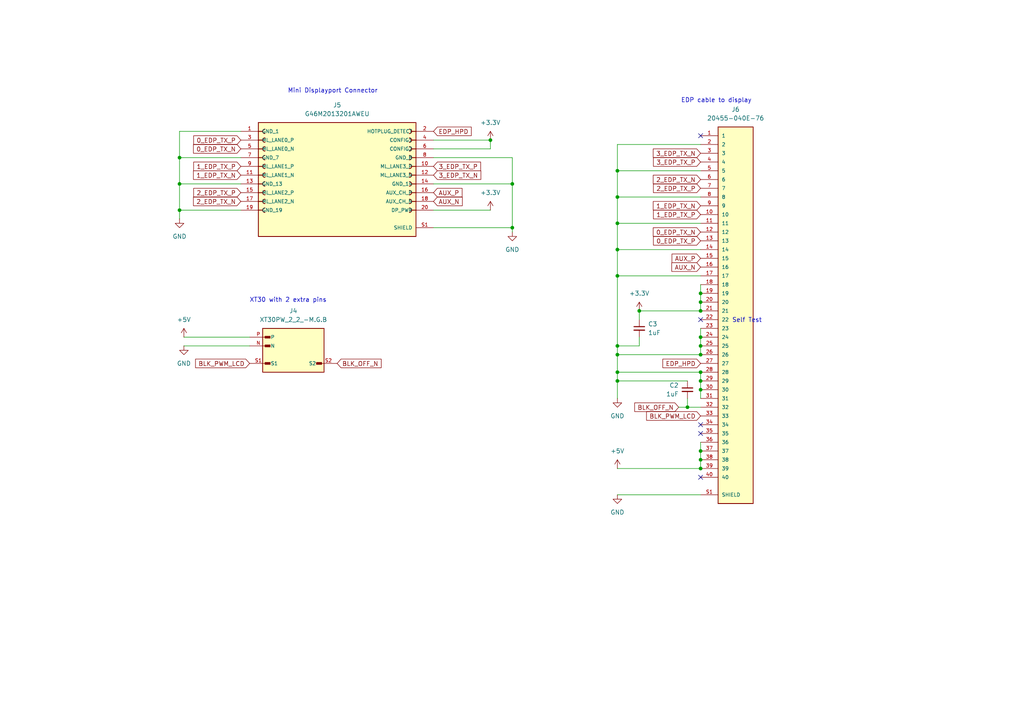
<source format=kicad_sch>
(kicad_sch (version 20250114) (generator "eeschema") (generator_version "9.0")
  (paper "A4")
  (title_block (title "DP -> EDP"))
  (lib_symbols
    (symbol "20455-040E-76:20455-040E-76" (pin_names (offset 1.016))
      (property "Reference" "J" (at -5.08 54.102 0))
      (property "Value" "20455-040E-76" (at -5.08 -58.42 0))
      (symbol "20455-040E-76_0_0"
        (rectangle (start -5.08 -55.88) (end 5.08 53.34) (stroke (width 0.254)) (fill (type background)))
        (pin passive line (at -10.16 50.8 0) (length 5.08) (name "1") (number "1"))
        (pin passive line (at -10.16 48.26 0) (length 5.08) (name "2") (number "2"))
        (pin passive line (at -10.16 45.72 0) (length 5.08) (name "3") (number "3"))
        (pin passive line (at -10.16 43.18 0) (length 5.08) (name "4") (number "4"))
        (pin passive line (at -10.16 40.64 0) (length 5.08) (name "5") (number "5"))
        (pin passive line (at -10.16 38.1 0) (length 5.08) (name "6") (number "6"))
        (pin passive line (at -10.16 35.56 0) (length 5.08) (name "7") (number "7"))
        (pin passive line (at -10.16 33.02 0) (length 5.08) (name "8") (number "8"))
        (pin passive line (at -10.16 30.48 0) (length 5.08) (name "9") (number "9"))
        (pin passive line (at -10.16 27.94 0) (length 5.08) (name "10") (number "10"))
        (pin passive line (at -10.16 25.4 0) (length 5.08) (name "11") (number "11"))
        (pin passive line (at -10.16 22.86 0) (length 5.08) (name "12") (number "12"))
        (pin passive line (at -10.16 20.32 0) (length 5.08) (name "13") (number "13"))
        (pin passive line (at -10.16 17.78 0) (length 5.08) (name "14") (number "14"))
        (pin passive line (at -10.16 15.24 0) (length 5.08) (name "15") (number "15"))
        (pin passive line (at -10.16 12.7 0) (length 5.08) (name "16") (number "16"))
        (pin passive line (at -10.16 10.16 0) (length 5.08) (name "17") (number "17"))
        (pin passive line (at -10.16 7.62 0) (length 5.08) (name "18") (number "18"))
        (pin passive line (at -10.16 5.08 0) (length 5.08) (name "19") (number "19"))
        (pin passive line (at -10.16 2.54 0) (length 5.08) (name "20") (number "20"))
        (pin passive line (at -10.16 0 0) (length 5.08) (name "21") (number "21"))
        (pin passive line (at -10.16 -2.54 0) (length 5.08) (name "22") (number "22"))
        (pin passive line (at -10.16 -5.08 0) (length 5.08) (name "23") (number "23"))
        (pin passive line (at -10.16 -7.62 0) (length 5.08) (name "24") (number "24"))
        (pin passive line (at -10.16 -10.16 0) (length 5.08) (name "25") (number "25"))
        (pin passive line (at -10.16 -12.7 0) (length 5.08) (name "26") (number "26"))
        (pin passive line (at -10.16 -15.24 0) (length 5.08) (name "27") (number "27"))
        (pin passive line (at -10.16 -17.78 0) (length 5.08) (name "28") (number "28"))
        (pin passive line (at -10.16 -20.32 0) (length 5.08) (name "29") (number "29"))
        (pin passive line (at -10.16 -22.86 0) (length 5.08) (name "30") (number "30"))
        (pin passive line (at -10.16 -25.4 0) (length 5.08) (name "31") (number "31"))
        (pin passive line (at -10.16 -27.94 0) (length 5.08) (name "32") (number "32"))
        (pin passive line (at -10.16 -30.48 0) (length 5.08) (name "33") (number "33"))
        (pin passive line (at -10.16 -33.02 0) (length 5.08) (name "34") (number "34"))
        (pin passive line (at -10.16 -35.56 0) (length 5.08) (name "35") (number "35"))
        (pin passive line (at -10.16 -38.1 0) (length 5.08) (name "36") (number "36"))
        (pin passive line (at -10.16 -40.64 0) (length 5.08) (name "37") (number "37"))
        (pin passive line (at -10.16 -43.18 0) (length 5.08) (name "38") (number "38"))
        (pin passive line (at -10.16 -45.72 0) (length 5.08) (name "39") (number "39"))
        (pin passive line (at -10.16 -48.26 0) (length 5.08) (name "40") (number "40"))
        (pin passive line (at -10.16 -53.34 0) (length 5.08) (name "SHIELD") (number "S1"))
        (pin passive line (at -10.16 -53.34 0) (length 5.08) (hide yes) (name "SHIELD") (number "S2"))
        (pin passive line (at -10.16 -53.34 0) (length 5.08) (hide yes) (name "SHIELD") (number "S3"))
        (pin passive line (at -10.16 -53.34 0) (length 5.08) (hide yes) (name "SHIELD") (number "S4"))
      )
    )
    (symbol "Device:C_Small" (pin_numbers (hide yes)) (pin_names (offset 0.254) (hide yes))
      (property "Reference" "C" (at 0.254 1.778 0))
      (property "Value" "C_Small" (at 0.254 -2.032 0))
      (symbol "C_Small_0_1"
        (polyline (pts (xy -1.524 0.508) (xy 1.524 0.508)) (stroke (width 0.3048)))
        (polyline (pts (xy -1.524 -0.508) (xy 1.524 -0.508)) (stroke (width 0.3302)))
      )
      (symbol "C_Small_1_1"
        (pin passive line (at 0 2.54 270) (length 2.032) (name "~") (number "1"))
        (pin passive line (at 0 -2.54 90) (length 2.032) (name "~") (number "2"))
      )
    )
    (symbol "G46M2013201AWEU:G46M2013201AWEU" (pin_names (offset 1.016))
      (property "Reference" "J" (at -22.86 16.51 0))
      (property "Value" "G46M2013201AWEU" (at -22.86 -20.32 0))
      (symbol "G46M2013201AWEU_0_0"
        (polyline (pts (xy -22.86 12.7) (xy -21.59 12.7)) (stroke (width 0.254)))
        (polyline (pts (xy -22.86 10.16) (xy -21.59 10.16)) (stroke (width 0.254)))
        (polyline (pts (xy -22.86 7.62) (xy -21.59 7.62)) (stroke (width 0.254)))
        (polyline (pts (xy -22.86 5.08) (xy -21.59 5.08)) (stroke (width 0.254)))
        (polyline (pts (xy -22.86 2.54) (xy -21.59 2.54)) (stroke (width 0.254)))
        (polyline (pts (xy -22.86 0) (xy -21.59 0)) (stroke (width 0.254)))
        (polyline (pts (xy -22.86 -2.54) (xy -21.59 -2.54)) (stroke (width 0.254)))
        (polyline (pts (xy -22.86 -5.08) (xy -21.59 -5.08)) (stroke (width 0.254)))
        (polyline (pts (xy -22.86 -7.62) (xy -21.59 -7.62)) (stroke (width 0.254)))
        (polyline (pts (xy -22.86 -10.16) (xy -21.59 -10.16)) (stroke (width 0.254)))
        (rectangle (start -22.86 -17.78) (end 22.86 15.24) (stroke (width 0.254)) (fill (type background)))
        (arc (start -20.955 12.065) (mid -21.5872 12.7) (end -20.955 13.335) (stroke (width 0.254)))
        (arc (start -20.955 9.525) (mid -21.5872 10.16) (end -20.955 10.795) (stroke (width 0.254)))
        (arc (start -20.955 6.985) (mid -21.5872 7.62) (end -20.955 8.255) (stroke (width 0.254)))
        (arc (start -20.955 4.445) (mid -21.5872 5.08) (end -20.955 5.715) (stroke (width 0.254)))
        (arc (start -20.955 1.905) (mid -21.5872 2.54) (end -20.955 3.175) (stroke (width 0.254)))
        (arc (start -20.955 -0.635) (mid -21.5872 0) (end -20.955 0.635) (stroke (width 0.254)))
        (arc (start -20.955 -3.175) (mid -21.5872 -2.54) (end -20.955 -1.905) (stroke (width 0.254)))
        (arc (start -20.955 -5.715) (mid -21.5872 -5.08) (end -20.955 -4.445) (stroke (width 0.254)))
        (arc (start -20.955 -8.255) (mid -21.5872 -7.62) (end -20.955 -6.985) (stroke (width 0.254)))
        (arc (start -20.955 -10.795) (mid -21.5872 -10.16) (end -20.955 -9.525) (stroke (width 0.254)))
        (arc (start 20.955 13.335) (mid 21.5872 12.7) (end 20.955 12.065) (stroke (width 0.254)))
        (arc (start 20.955 10.795) (mid 21.5872 10.16) (end 20.955 9.525) (stroke (width 0.254)))
        (arc (start 20.955 8.255) (mid 21.5872 7.62) (end 20.955 6.985) (stroke (width 0.254)))
        (arc (start 20.955 5.715) (mid 21.5872 5.08) (end 20.955 4.445) (stroke (width 0.254)))
        (arc (start 20.955 3.175) (mid 21.5872 2.54) (end 20.955 1.905) (stroke (width 0.254)))
        (arc (start 20.955 0.635) (mid 21.5872 0) (end 20.955 -0.635) (stroke (width 0.254)))
        (arc (start 20.955 -1.905) (mid 21.5872 -2.54) (end 20.955 -3.175) (stroke (width 0.254)))
        (arc (start 20.955 -4.445) (mid 21.5872 -5.08) (end 20.955 -5.715) (stroke (width 0.254)))
        (arc (start 20.955 -6.985) (mid 21.5872 -7.62) (end 20.955 -8.255) (stroke (width 0.254)))
        (arc (start 20.955 -9.525) (mid 21.5872 -10.16) (end 20.955 -10.795) (stroke (width 0.254)))
        (polyline (pts (xy 22.86 12.7) (xy 21.59 12.7)) (stroke (width 0.254)))
        (polyline (pts (xy 22.86 10.16) (xy 21.59 10.16)) (stroke (width 0.254)))
        (polyline (pts (xy 22.86 7.62) (xy 21.59 7.62)) (stroke (width 0.254)))
        (polyline (pts (xy 22.86 5.08) (xy 21.59 5.08)) (stroke (width 0.254)))
        (polyline (pts (xy 22.86 2.54) (xy 21.59 2.54)) (stroke (width 0.254)))
        (polyline (pts (xy 22.86 0) (xy 21.59 0)) (stroke (width 0.254)))
        (polyline (pts (xy 22.86 -2.54) (xy 21.59 -2.54)) (stroke (width 0.254)))
        (polyline (pts (xy 22.86 -5.08) (xy 21.59 -5.08)) (stroke (width 0.254)))
        (polyline (pts (xy 22.86 -7.62) (xy 21.59 -7.62)) (stroke (width 0.254)))
        (polyline (pts (xy 22.86 -10.16) (xy 21.59 -10.16)) (stroke (width 0.254)))
        (pin power_in line (at -27.94 12.7 0) (length 5.08) (name "GND_1") (number "1"))
        (pin output line (at -27.94 10.16 0) (length 5.08) (name "ML_LANE0_P") (number "3"))
        (pin output line (at -27.94 7.62 0) (length 5.08) (name "ML_LANE0_N") (number "5"))
        (pin power_in line (at -27.94 5.08 0) (length 5.08) (name "GND_7") (number "7"))
        (pin output line (at -27.94 2.54 0) (length 5.08) (name "ML_LANE1_P") (number "9"))
        (pin output line (at -27.94 0 0) (length 5.08) (name "ML_LANE1_N") (number "11"))
        (pin power_in line (at -27.94 -2.54 0) (length 5.08) (name "GND_13") (number "13"))
        (pin output line (at -27.94 -5.08 0) (length 5.08) (name "ML_LANE2_P") (number "15"))
        (pin output line (at -27.94 -7.62 0) (length 5.08) (name "ML_LANE2_N") (number "17"))
        (pin power_in line (at -27.94 -10.16 0) (length 5.08) (name "GND_19") (number "19"))
        (pin input line (at 27.94 12.7 180) (length 5.08) (name "HOTPLUG_DETECT") (number "2"))
        (pin passive line (at 27.94 10.16 180) (length 5.08) (name "CONFIG1") (number "4"))
        (pin passive line (at 27.94 7.62 180) (length 5.08) (name "CONFIG2") (number "6"))
        (pin power_in line (at 27.94 5.08 180) (length 5.08) (name "GND_8") (number "8"))
        (pin output line (at 27.94 2.54 180) (length 5.08) (name "ML_LANE3_P") (number "10"))
        (pin output line (at 27.94 0 180) (length 5.08) (name "ML_LANE3_N") (number "12"))
        (pin power_in line (at 27.94 -2.54 180) (length 5.08) (name "GND_14") (number "14"))
        (pin bidirectional line (at 27.94 -5.08 180) (length 5.08) (name "AUX_CH_P") (number "16"))
        (pin bidirectional line (at 27.94 -7.62 180) (length 5.08) (name "AUX_CH_N") (number "18"))
        (pin power_in line (at 27.94 -10.16 180) (length 5.08) (name "DP_PWR") (number "20"))
        (pin passive line (at 27.94 -15.24 180) (length 5.08) (name "SHIELD") (number "S1"))
        (pin passive line (at 27.94 -15.24 180) (length 5.08) (hide yes) (name "SHIELD") (number "S2"))
        (pin passive line (at 27.94 -15.24 180) (length 5.08) (hide yes) (name "SHIELD") (number "S3"))
        (pin passive line (at 27.94 -15.24 180) (length 5.08) (hide yes) (name "SHIELD") (number "S4"))
      )
    )
    (symbol "XT30PW_2_2_-M.G.B:XT30PW_2_2_-M.G.B" (pin_names (offset 1.016))
      (property "Reference" "J" (at -8.89 5.842 0))
      (property "Value" "XT30PW_2_2_-M.G.B" (at -8.89 -10.16 0))
      (symbol "XT30PW_2_2_-M.G.B_0_0"
        (rectangle (start -8.89 -7.62) (end 8.89 5.08) (stroke (width 0.254)) (fill (type background)))
        (rectangle (start -8.255 2.2225) (end -6.6675 2.8575) (stroke (width 0.1)) (fill (type outline)))
        (rectangle (start -8.255 -0.3175) (end -6.6675 0.3175) (stroke (width 0.1)) (fill (type outline)))
        (rectangle (start -8.255 -5.3975) (end -6.6675 -4.7625) (stroke (width 0.1)) (fill (type outline)))
        (rectangle (start 6.6675 -5.3975) (end 8.255 -4.7625) (stroke (width 0.1)) (fill (type outline)))
        (pin power_in line (at -12.7 2.54 0) (length 5.08) (name "P") (number "P"))
        (pin power_in line (at -12.7 0 0) (length 5.08) (name "N") (number "N"))
        (pin passive line (at -12.7 -5.08 0) (length 5.08) (name "S1") (number "S1"))
        (pin passive line (at 12.7 -5.08 180) (length 5.08) (name "S2") (number "S2"))
      )
    )
    (symbol "power:+3.3V" (power) (pin_numbers (hide yes)) (pin_names (offset 0) (hide yes))
      (property "Value" "+3.3V" (at 0 3.556 0))
      (symbol "+3.3V_0_1"
        (polyline (pts (xy -0.762 1.27) (xy 0 2.54)))
        (polyline (pts (xy 0 2.54) (xy 0.762 1.27)))
        (polyline (pts (xy 0 0) (xy 0 2.54)))
      )
      (symbol "+3.3V_1_1"
        (pin power_in line (at 0 0 90) (length 0) (name "~") (number "1"))
      )
    )
    (symbol "power:+5V" (power) (pin_numbers (hide yes)) (pin_names (offset 0) (hide yes))
      (property "Value" "+5V" (at 0 3.556 0))
      (symbol "+5V_0_1"
        (polyline (pts (xy -0.762 1.27) (xy 0 2.54)))
        (polyline (pts (xy 0 2.54) (xy 0.762 1.27)))
        (polyline (pts (xy 0 0) (xy 0 2.54)))
      )
      (symbol "+5V_1_1"
        (pin power_in line (at 0 0 90) (length 0) (name "~") (number "1"))
      )
    )
    (symbol "power:GND" (power) (pin_numbers (hide yes)) (pin_names (offset 0) (hide yes))
      (property "Value" "GND" (at 0 -3.81 0))
      (symbol "GND_0_1"
        (polyline (pts (xy 0 0) (xy 0 -1.27) (xy 1.27 -1.27) (xy 0 -2.54) (xy -1.27 -1.27) (xy 0 -1.27)))
      )
      (symbol "GND_1_1"
        (pin power_in line (at 0 0 270) (length 0) (name "~") (number "1"))
      )
    )
  )
  (text "Self Test" (at 216.662 92.964 0) (effects (font (size 1.27 1.27))))
  (text "XT30 with 2 extra pins" (at 83.566 87.122 0) (effects (font (size 1.27 1.27))))
  (text "Mini Displayport Connector" (at 96.52 26.416 0) (effects (font (size 1.27 1.27))))
  (text "EDP cable to display" (at 207.772 29.21 0) (effects (font (size 1.27 1.27))))
  (junction (at 203.2 133.35))
  (junction (at 199.39 118.11))
  (junction (at 203.2 113.03))
  (junction (at 203.2 130.81))
  (junction (at 179.07 72.39))
  (junction (at 203.2 87.63))
  (junction (at 148.59 66.04))
  (junction (at 179.07 102.87))
  (junction (at 179.07 49.53))
  (junction (at 203.2 90.17))
  (junction (at 203.2 85.09))
  (junction (at 52.07 45.72))
  (junction (at 185.42 90.17))
  (junction (at 203.2 110.49))
  (junction (at 203.2 100.33))
  (junction (at 203.2 135.89))
  (junction (at 142.24 40.64))
  (junction (at 52.07 53.34))
  (junction (at 203.2 102.87))
  (junction (at 179.07 57.15))
  (junction (at 203.2 107.95))
  (junction (at 179.07 100.33))
  (junction (at 179.07 80.01))
  (junction (at 203.2 97.79))
  (junction (at 179.07 110.49))
  (junction (at 52.07 60.96))
  (junction (at 179.07 107.95))
  (junction (at 148.59 53.34))
  (junction (at 179.07 64.77))
  (no_connect (at 203.2 125.73))
  (no_connect (at 203.2 123.19))
  (no_connect (at 203.2 39.37))
  (no_connect (at 203.2 92.71))
  (no_connect (at 203.2 138.43))
  (wire (pts (xy 179.07 57.15) (xy 203.2 57.15)))
  (wire (pts (xy 125.73 40.64) (xy 142.24 40.64)))
  (wire (pts (xy 53.34 97.79) (xy 72.39 97.79)))
  (wire (pts (xy 203.2 90.17) (xy 185.42 90.17)))
  (wire (pts (xy 203.2 133.35) (xy 203.2 135.89)))
  (wire (pts (xy 179.07 80.01) (xy 203.2 80.01)))
  (wire (pts (xy 52.07 53.34) (xy 52.07 60.96)))
  (wire (pts (xy 148.59 67.31) (xy 148.59 66.04)))
  (wire (pts (xy 52.07 63.5) (xy 52.07 60.96)))
  (wire (pts (xy 179.07 143.51) (xy 203.2 143.51)))
  (wire (pts (xy 52.07 45.72) (xy 69.85 45.72)))
  (wire (pts (xy 52.07 38.1) (xy 52.07 45.72)))
  (wire (pts (xy 52.07 53.34) (xy 69.85 53.34)))
  (wire (pts (xy 179.07 80.01) (xy 179.07 100.33)))
  (wire (pts (xy 179.07 102.87) (xy 179.07 107.95)))
  (wire (pts (xy 185.42 100.33) (xy 185.42 97.79)))
  (wire (pts (xy 203.2 95.25) (xy 203.2 97.79)))
  (wire (pts (xy 179.07 110.49) (xy 199.39 110.49)))
  (wire (pts (xy 179.07 135.89) (xy 203.2 135.89)))
  (wire (pts (xy 203.2 128.27) (xy 203.2 130.81)))
  (wire (pts (xy 179.07 49.53) (xy 179.07 57.15)))
  (wire (pts (xy 203.2 87.63) (xy 203.2 90.17)))
  (wire (pts (xy 53.34 100.33) (xy 72.39 100.33)))
  (wire (pts (xy 52.07 60.96) (xy 69.85 60.96)))
  (wire (pts (xy 203.2 110.49) (xy 203.2 113.03)))
  (wire (pts (xy 69.85 38.1) (xy 52.07 38.1)))
  (wire (pts (xy 179.07 102.87) (xy 203.2 102.87)))
  (wire (pts (xy 203.2 130.81) (xy 203.2 133.35)))
  (wire (pts (xy 179.07 64.77) (xy 179.07 72.39)))
  (wire (pts (xy 179.07 72.39) (xy 179.07 80.01)))
  (wire (pts (xy 148.59 66.04) (xy 125.73 66.04)))
  (wire (pts (xy 179.07 49.53) (xy 203.2 49.53)))
  (wire (pts (xy 199.39 115.57) (xy 199.39 118.11)))
  (wire (pts (xy 185.42 100.33) (xy 179.07 100.33)))
  (wire (pts (xy 203.2 85.09) (xy 203.2 87.63)))
  (wire (pts (xy 203.2 97.79) (xy 203.2 100.33)))
  (wire (pts (xy 179.07 110.49) (xy 179.07 115.57)))
  (wire (pts (xy 148.59 53.34) (xy 148.59 45.72)))
  (wire (pts (xy 142.24 60.96) (xy 125.73 60.96)))
  (wire (pts (xy 148.59 45.72) (xy 125.73 45.72)))
  (wire (pts (xy 196.85 118.11) (xy 199.39 118.11)))
  (wire (pts (xy 179.07 72.39) (xy 203.2 72.39)))
  (wire (pts (xy 203.2 107.95) (xy 203.2 110.49)))
  (wire (pts (xy 148.59 53.34) (xy 148.59 66.04)))
  (wire (pts (xy 148.59 53.34) (xy 125.73 53.34)))
  (wire (pts (xy 179.07 57.15) (xy 179.07 64.77)))
  (wire (pts (xy 203.2 107.95) (xy 179.07 107.95)))
  (wire (pts (xy 142.24 40.64) (xy 142.24 43.18)))
  (wire (pts (xy 203.2 113.03) (xy 203.2 115.57)))
  (wire (pts (xy 179.07 41.91) (xy 203.2 41.91)))
  (wire (pts (xy 125.73 43.18) (xy 142.24 43.18)))
  (wire (pts (xy 199.39 118.11) (xy 203.2 118.11)))
  (wire (pts (xy 203.2 100.33) (xy 203.2 102.87)))
  (wire (pts (xy 203.2 82.55) (xy 203.2 85.09)))
  (wire (pts (xy 52.07 45.72) (xy 52.07 53.34)))
  (wire (pts (xy 185.42 92.71) (xy 185.42 90.17)))
  (wire (pts (xy 179.07 41.91) (xy 179.07 49.53)))
  (wire (pts (xy 179.07 64.77) (xy 203.2 64.77)))
  (wire (pts (xy 179.07 107.95) (xy 179.07 110.49)))
  (wire (pts (xy 179.07 100.33) (xy 179.07 102.87)))
  (global_label "BLK_OFF_N" (shape input) (at 97.79 105.41 0) (property "Intersheetrefs" "${INTERSHEET_REFS}" (effects (hide yes))))
  (global_label "BLK_PWM_LCD" (shape input) (at 203.2 120.65 180) (property "Intersheetrefs" "${INTERSHEET_REFS}" (effects (hide yes))))
  (global_label "3_EDP_TX_N" (shape input) (at 203.2 44.45 180) (property "Intersheetrefs" "${INTERSHEET_REFS}" (effects (hide yes))))
  (global_label "2_EDP_TX_P" (shape input) (at 203.2 54.61 180) (property "Intersheetrefs" "${INTERSHEET_REFS}" (effects (hide yes))))
  (global_label "1_EDP_TX_P" (shape input) (at 69.85 48.26 180) (property "Intersheetrefs" "${INTERSHEET_REFS}" (effects (hide yes))))
  (global_label "0_EDP_TX_P" (shape input) (at 69.85 40.64 180) (property "Intersheetrefs" "${INTERSHEET_REFS}" (effects (hide yes))))
  (global_label "AUX_N" (shape input) (at 125.73 58.42 0) (property "Intersheetrefs" "${INTERSHEET_REFS}" (effects (hide yes))))
  (global_label "1_EDP_TX_P" (shape input) (at 203.2 62.23 180) (property "Intersheetrefs" "${INTERSHEET_REFS}" (effects (hide yes))))
  (global_label "2_EDP_TX_N" (shape input) (at 69.85 58.42 180) (property "Intersheetrefs" "${INTERSHEET_REFS}" (effects (hide yes))))
  (global_label "BLK_PWM_LCD" (shape input) (at 72.39 105.41 180) (property "Intersheetrefs" "${INTERSHEET_REFS}" (effects (hide yes))))
  (global_label "EDP_HPD" (shape input) (at 125.73 38.1 0) (property "Intersheetrefs" "${INTERSHEET_REFS}" (effects (hide yes))))
  (global_label "0_EDP_TX_N" (shape input) (at 203.2 67.31 180) (property "Intersheetrefs" "${INTERSHEET_REFS}" (effects (hide yes))))
  (global_label "1_EDP_TX_N" (shape input) (at 69.85 50.8 180) (property "Intersheetrefs" "${INTERSHEET_REFS}" (effects (hide yes))))
  (global_label "AUX_N" (shape input) (at 203.2 77.47 180) (property "Intersheetrefs" "${INTERSHEET_REFS}" (effects (hide yes))))
  (global_label "0_EDP_TX_N" (shape input) (at 69.85 43.18 180) (property "Intersheetrefs" "${INTERSHEET_REFS}" (effects (hide yes))))
  (global_label "0_EDP_TX_P" (shape input) (at 203.2 69.85 180) (property "Intersheetrefs" "${INTERSHEET_REFS}" (effects (hide yes))))
  (global_label "3_EDP_TX_P" (shape input) (at 203.2 46.99 180) (property "Intersheetrefs" "${INTERSHEET_REFS}" (effects (hide yes))))
  (global_label "2_EDP_TX_P" (shape input) (at 69.85 55.88 180) (property "Intersheetrefs" "${INTERSHEET_REFS}" (effects (hide yes))))
  (global_label "AUX_P" (shape input) (at 203.2 74.93 180) (property "Intersheetrefs" "${INTERSHEET_REFS}" (effects (hide yes))))
  (global_label "2_EDP_TX_N" (shape input) (at 203.2 52.07 180) (property "Intersheetrefs" "${INTERSHEET_REFS}" (effects (hide yes))))
  (global_label "BLK_OFF_N" (shape input) (at 196.85 118.11 180) (property "Intersheetrefs" "${INTERSHEET_REFS}" (effects (hide yes))))
  (global_label "1_EDP_TX_N" (shape input) (at 203.2 59.69 180) (property "Intersheetrefs" "${INTERSHEET_REFS}" (effects (hide yes))))
  (global_label "3_EDP_TX_N" (shape input) (at 125.73 50.8 0) (property "Intersheetrefs" "${INTERSHEET_REFS}" (effects (hide yes))))
  (global_label "EDP_HPD" (shape input) (at 203.2 105.41 180) (property "Intersheetrefs" "${INTERSHEET_REFS}" (effects (hide yes))))
  (global_label "AUX_P" (shape input) (at 125.73 55.88 0) (property "Intersheetrefs" "${INTERSHEET_REFS}" (effects (hide yes))))
  (global_label "3_EDP_TX_P" (shape input) (at 125.73 48.26 0) (property "Intersheetrefs" "${INTERSHEET_REFS}" (effects (hide yes))))
  (symbol (lib_id "power:GND") (at 53.34 100.33 0) (unit 1)
    (property "Reference" "#PWR013" (effects (hide yes)))
    (property "Value" "GND" (at 53.34 105.41 0))
    (property "Description" "Power symbol creates a global label with name \"GND\" , ground" (effects (hide yes)))
  )
  (symbol (lib_id "20455-040E-76:20455-040E-76") (at 213.36 90.17 0) (unit 1)
    (property "Reference" "J6" (at 213.36 31.75 0))
    (property "Value" "20455-040E-76" (at 213.36 34.29 0))
    (property "Footprint" "SnapEDA:IPEX_20455-040E-76" (effects (hide yes)))
    (property "MF" "I-PEX" (effects (hide yes)))
    (property "Description_1" "40 POS Right Angle SMD 0.5 mm pitch, Horizontal mating type Micro-coaxial and FPC connector with mechanical lock (VESA standard connector) CABLINE-VS Receptacle" (effects (hide yes)))
    (property "Package" "None" (effects (hide yes)))
    (property "Price" "None" (effects (hide yes)))
    (property "Check_prices" "https://www.snapeda.com/parts/20455-040E-76/I-PEX/view-part/?ref=eda" (effects (hide yes)))
    (property "STANDARD" "Manufacturer Recommendations" (effects (hide yes)))
    (property "SnapEDA_Link" "https://www.snapeda.com/parts/20455-040E-76/I-PEX/view-part/?ref=snap" (effects (hide yes)))
    (property "MP" "20455-040E-76" (effects (hide yes)))
    (property "Availability" "In Stock" (effects (hide yes)))
    (property "MANUFACTURER" "I-PEX" (effects (hide yes)))
  )
  (symbol (lib_id "power:+3.3V") (at 142.24 40.64 0) (unit 1)
    (property "Reference" "#PWR014" (effects (hide yes)))
    (property "Value" "+3.3V" (at 142.24 35.56 0))
    (property "Description" "Power symbol creates a global label with name \"+3.3V\"" (effects (hide yes)))
  )
  (symbol (lib_id "Device:C_Small") (at 199.39 113.03 0) (mirror y) (unit 1)
    (property "Reference" "C2" (at 196.85 111.7662 0) (effects (justify left)))
    (property "Value" "1uF" (at 196.85 114.3062 0) (effects (justify left)))
    (property "Description" "Unpolarized capacitor, small symbol" (effects (hide yes)))
  )
  (symbol (lib_id "power:+5V") (at 53.34 97.79 0) (unit 1)
    (property "Reference" "#PWR012" (effects (hide yes)))
    (property "Value" "+5V" (at 53.34 92.71 0))
    (property "Description" "Power symbol creates a global label with name \"+5V\"" (effects (hide yes)))
  )
  (symbol (lib_id "Device:C_Small") (at 185.42 95.25 0) (unit 1)
    (property "Reference" "C3" (at 187.96 93.9862 0) (effects (justify left)))
    (property "Value" "1uF" (at 187.96 96.5262 0) (effects (justify left)))
    (property "Description" "Unpolarized capacitor, small symbol" (effects (hide yes)))
  )
  (symbol (lib_id "XT30PW_2_2_-M.G.B:XT30PW_2_2_-M.G.B") (at 85.09 100.33 0) (unit 1)
    (property "Reference" "J4" (at 85.09 90.17 0))
    (property "Value" "XT30PW_2_2_-M.G.B" (at 85.09 92.71 0))
    (property "Footprint" "SnapEDA:AMASS_XT30PW_2_2_-M.G.B" (effects (hide yes)))
    (property "MF" "AMASS" (effects (hide yes)))
    (property "MAXIMUM_PACKAGE_HEIGHT" "5.2mm" (effects (hide yes)))
    (property "CREATOR" "ANA" (effects (hide yes)))
    (property "Price" "None" (effects (hide yes)))
    (property "Package" "None" (effects (hide yes)))
    (property "Check_prices" "https://www.snapeda.com/parts/XT30PW(2+2)-M.G.B/AMASS/view-part/?ref=eda" (effects (hide yes)))
    (property "STANDARD" "Manufacturer Recommendations" (effects (hide yes)))
    (property "PARTREV" "NA" (effects (hide yes)))
    (property "SnapEDA_Link" "https://www.snapeda.com/parts/XT30PW(2+2)-M.G.B/AMASS/view-part/?ref=snap" (effects (hide yes)))
    (property "MP" "XT30PW(2+2)-M.G.B" (effects (hide yes)))
    (property "Description_1" "Industrial Control Plug" (effects (hide yes)))
    (property "Availability" "Not in stock" (effects (hide yes)))
    (property "MANUFACTURER" "AMASS" (effects (hide yes)))
  )
  (symbol (lib_id "power:GND") (at 179.07 115.57 0) (mirror y) (unit 1)
    (property "Reference" "#PWR019" (effects (hide yes)))
    (property "Value" "GND" (at 179.07 120.65 0))
    (property "Description" "Power symbol creates a global label with name \"GND\" , ground" (effects (hide yes)))
  )
  (symbol (lib_id "power:GND") (at 148.59 67.31 0) (unit 1)
    (property "Reference" "#PWR017" (effects (hide yes)))
    (property "Value" "GND" (at 148.59 72.39 0))
    (property "Description" "Power symbol creates a global label with name \"GND\" , ground" (effects (hide yes)))
  )
  (symbol (lib_id "power:+5V") (at 179.07 135.89 0) (mirror y) (unit 1)
    (property "Reference" "#PWR020" (effects (hide yes)))
    (property "Value" "+5V" (at 179.07 130.81 0))
    (property "Description" "Power symbol creates a global label with name \"+5V\"" (effects (hide yes)))
  )
  (symbol (lib_id "power:GND") (at 179.07 143.51 0) (mirror y) (unit 1)
    (property "Reference" "#PWR021" (effects (hide yes)))
    (property "Value" "GND" (at 179.07 148.59 0))
    (property "Description" "Power symbol creates a global label with name \"GND\" , ground" (effects (hide yes)))
  )
  (symbol (lib_id "power:GND") (at 52.07 63.5 0) (unit 1)
    (property "Reference" "#PWR011" (effects (hide yes)))
    (property "Value" "GND" (at 52.07 68.58 0))
    (property "Description" "Power symbol creates a global label with name \"GND\" , ground" (effects (hide yes)))
  )
  (symbol (lib_id "power:+3.3V") (at 142.24 60.96 0) (unit 1)
    (property "Reference" "#PWR016" (effects (hide yes)))
    (property "Value" "+3.3V" (at 142.24 55.88 0))
    (property "Description" "Power symbol creates a global label with name \"+3.3V\"" (effects (hide yes)))
  )
  (symbol (lib_id "G46M2013201AWEU:G46M2013201AWEU") (at 97.79 50.8 0) (unit 1)
    (property "Reference" "J5" (at 97.79 30.48 0))
    (property "Value" "G46M2013201AWEU" (at 97.79 33.02 0))
    (property "Footprint" "SnapEDA:AMPHENOL_G46M2013201AWEU" (effects (hide yes)))
    (property "MF" "Amphenol Taiwan" (effects (hide yes)))
    (property "MAXIMUM_PACKAGE_HEIGHT" "5.40mm" (effects (hide yes)))
    (property "Package" "None" (effects (hide yes)))
    (property "Price" "None" (effects (hide yes)))
    (property "Check_prices" "https://www.snapeda.com/parts/G46M2013201AWEU/Amphenol/view-part/?ref=eda" (effects (hide yes)))
    (property "STANDARD" "Manufacturer Recommendations" (effects (hide yes)))
    (property "PARTREV" "C" (effects (hide yes)))
    (property "SnapEDA_Link" "https://www.snapeda.com/parts/G46M2013201AWEU/Amphenol/view-part/?ref=snap" (effects (hide yes)))
    (property "MP" "G46M2013201AWEU" (effects (hide yes)))
    (property "Description_1" "DisplayPort Connector System - G46 Series, Input Output Connectors, mini DisplayPort, 20 Position, Receptacle, Right Angle, SMT+Dip (Through Hole for Shell Peg) Type, Tail 2.20mm, 15μin Gold Plating, High Temperature Thermo Plastic, Black, Tube Package" (effects (hide yes)))
    (property "MANUFACTURER" "Amphenol" (effects (hide yes)))
    (property "Availability" "In Stock" (effects (hide yes)))
    (property "SNAPEDA_PN" "G46M2013201AWEU" (effects (hide yes)))
  )
  (symbol (lib_id "power:+3.3V") (at 185.42 90.17 0) (mirror y) (unit 1)
    (property "Reference" "#PWR018" (effects (hide yes)))
    (property "Value" "+3.3V" (at 185.42 85.09 0))
    (property "Description" "Power symbol creates a global label with name \"+3.3V\"" (effects (hide yes)))
  )
)
</source>
